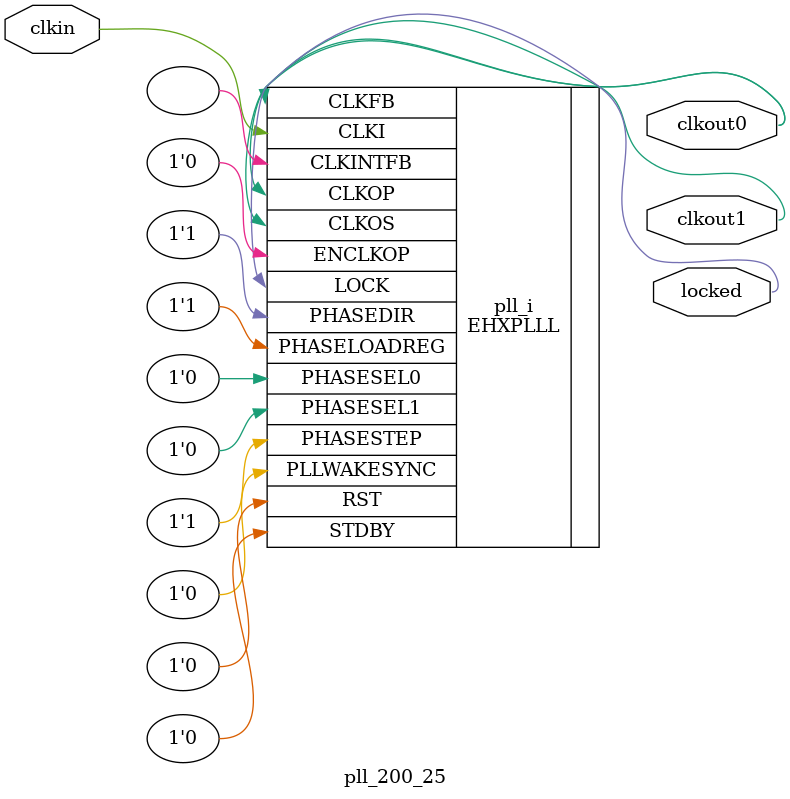
<source format=v>
module pll_200_25
(
    input clkin, // 25 MHz, 0 deg
    output clkout0, // 200 MHz, 0 deg
    output clkout1, // 25 MHz, 0 deg
    output locked
);
(* FREQUENCY_PIN_CLKI="25" *)
(* FREQUENCY_PIN_CLKOP="200" *)
(* FREQUENCY_PIN_CLKOS="25" *)
(* ICP_CURRENT="12" *) (* LPF_RESISTOR="8" *) (* MFG_ENABLE_FILTEROPAMP="1" *) (* MFG_GMCREF_SEL="2" *)
EHXPLLL #(
        .PLLRST_ENA("DISABLED"),
        .INTFB_WAKE("DISABLED"),
        .STDBY_ENABLE("DISABLED"),
        .DPHASE_SOURCE("DISABLED"),
        .OUTDIVIDER_MUXA("DIVA"),
        .OUTDIVIDER_MUXB("DIVB"),
        .OUTDIVIDER_MUXC("DIVC"),
        .OUTDIVIDER_MUXD("DIVD"),
        .CLKI_DIV(1),
        .CLKOP_ENABLE("ENABLED"),
        .CLKOP_DIV(3),
        .CLKOP_CPHASE(1),
        .CLKOP_FPHASE(0),
        .CLKOS_ENABLE("ENABLED"),
        .CLKOS_DIV(24),
        .CLKOS_CPHASE(1),
        .CLKOS_FPHASE(0),
        .FEEDBK_PATH("CLKOP"),
        .CLKFB_DIV(8)
    ) pll_i (
        .RST(1'b0),
        .STDBY(1'b0),
        .CLKI(clkin),
        .CLKOP(clkout0),
        .CLKOS(clkout1),
        .CLKFB(clkout0),
        .CLKINTFB(),
        .PHASESEL0(1'b0),
        .PHASESEL1(1'b0),
        .PHASEDIR(1'b1),
        .PHASESTEP(1'b1),
        .PHASELOADREG(1'b1),
        .PLLWAKESYNC(1'b0),
        .ENCLKOP(1'b0),
        .LOCK(locked)
	);
endmodule

</source>
